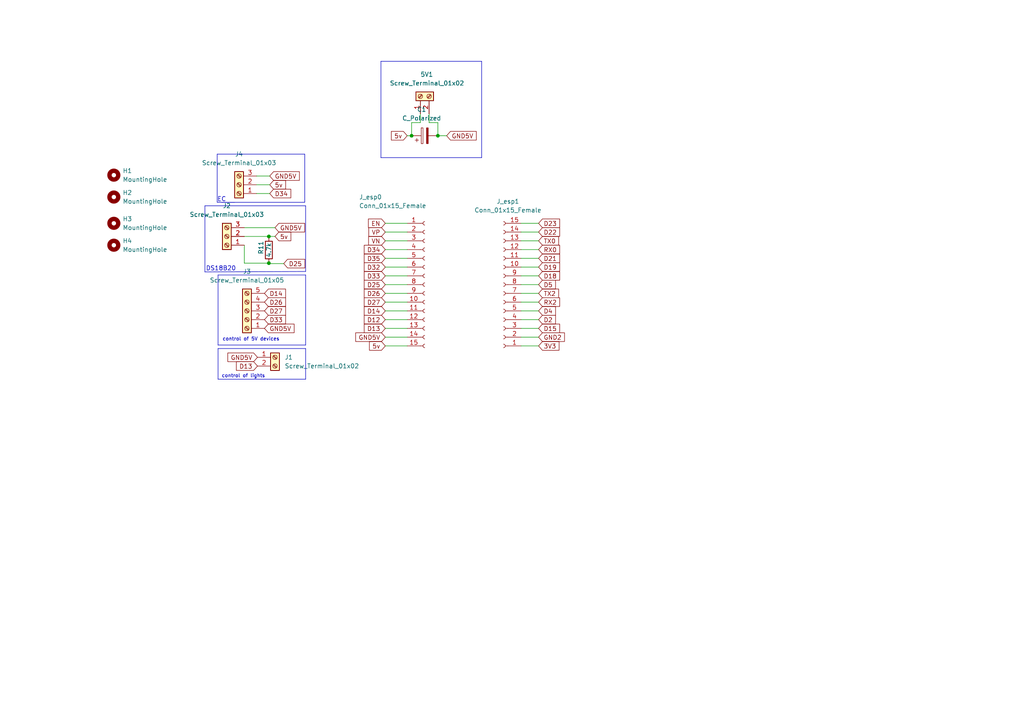
<source format=kicad_sch>
(kicad_sch (version 20230121) (generator eeschema)
  (paper "A4")
  (lib_symbols
    (symbol "Connector:Conn_01x15_Female" (pin_names (offset 1.016) hide)
      (property "Reference" "J" (at 0 20.32 0))
      (property "Value" "Conn_01x15_Female" (at 0 -20.32 0))
      (symbol "Conn_01x15_Female_1_1"
        (arc (start 0 -17.272) (mid -0.5058 -17.78) (end 0 -18.288) (stroke (width 0.1524)))
        (arc (start 0 -14.732) (mid -0.5058 -15.24) (end 0 -15.748) (stroke (width 0.1524)))
        (arc (start 0 -12.192) (mid -0.5058 -12.7) (end 0 -13.208) (stroke (width 0.1524)))
        (arc (start 0 -9.652) (mid -0.5058 -10.16) (end 0 -10.668) (stroke (width 0.1524)))
        (arc (start 0 -7.112) (mid -0.5058 -7.62) (end 0 -8.128) (stroke (width 0.1524)))
        (arc (start 0 -4.572) (mid -0.5058 -5.08) (end 0 -5.588) (stroke (width 0.1524)))
        (arc (start 0 -2.032) (mid -0.5058 -2.54) (end 0 -3.048) (stroke (width 0.1524)))
        (polyline (pts (xy -1.27 -17.78) (xy -0.508 -17.78)) (stroke (width 0.1524)))
        (polyline (pts (xy -1.27 -15.24) (xy -0.508 -15.24)) (stroke (width 0.1524)))
        (polyline (pts (xy -1.27 -12.7) (xy -0.508 -12.7)) (stroke (width 0.1524)))
        (polyline (pts (xy -1.27 -10.16) (xy -0.508 -10.16)) (stroke (width 0.1524)))
        (polyline (pts (xy -1.27 -7.62) (xy -0.508 -7.62)) (stroke (width 0.1524)))
        (polyline (pts (xy -1.27 -5.08) (xy -0.508 -5.08)) (stroke (width 0.1524)))
        (polyline (pts (xy -1.27 -2.54) (xy -0.508 -2.54)) (stroke (width 0.1524)))
        (polyline (pts (xy -1.27 0) (xy -0.508 0)) (stroke (width 0.1524)))
        (polyline (pts (xy -1.27 2.54) (xy -0.508 2.54)) (stroke (width 0.1524)))
        (polyline (pts (xy -1.27 5.08) (xy -0.508 5.08)) (stroke (width 0.1524)))
        (polyline (pts (xy -1.27 7.62) (xy -0.508 7.62)) (stroke (width 0.1524)))
        (polyline (pts (xy -1.27 10.16) (xy -0.508 10.16)) (stroke (width 0.1524)))
        (polyline (pts (xy -1.27 12.7) (xy -0.508 12.7)) (stroke (width 0.1524)))
        (polyline (pts (xy -1.27 15.24) (xy -0.508 15.24)) (stroke (width 0.1524)))
        (polyline (pts (xy -1.27 17.78) (xy -0.508 17.78)) (stroke (width 0.1524)))
        (arc (start 0 0.508) (mid -0.5058 0) (end 0 -0.508) (stroke (width 0.1524)))
        (arc (start 0 3.048) (mid -0.5058 2.54) (end 0 2.032) (stroke (width 0.1524)))
        (arc (start 0 5.588) (mid -0.5058 5.08) (end 0 4.572) (stroke (width 0.1524)))
        (arc (start 0 8.128) (mid -0.5058 7.62) (end 0 7.112) (stroke (width 0.1524)))
        (arc (start 0 10.668) (mid -0.5058 10.16) (end 0 9.652) (stroke (width 0.1524)))
        (arc (start 0 13.208) (mid -0.5058 12.7) (end 0 12.192) (stroke (width 0.1524)))
        (arc (start 0 15.748) (mid -0.5058 15.24) (end 0 14.732) (stroke (width 0.1524)))
        (arc (start 0 18.288) (mid -0.5058 17.78) (end 0 17.272) (stroke (width 0.1524)))
        (pin passive line (at -5.08 17.78 0) (length 3.81) (name "Pin_1") (number "1"))
        (pin passive line (at -5.08 -5.08 0) (length 3.81) (name "Pin_10") (number "10"))
        (pin passive line (at -5.08 -7.62 0) (length 3.81) (name "Pin_11") (number "11"))
        (pin passive line (at -5.08 -10.16 0) (length 3.81) (name "Pin_12") (number "12"))
        (pin passive line (at -5.08 -12.7 0) (length 3.81) (name "Pin_13") (number "13"))
        (pin passive line (at -5.08 -15.24 0) (length 3.81) (name "Pin_14") (number "14"))
        (pin passive line (at -5.08 -17.78 0) (length 3.81) (name "Pin_15") (number "15"))
        (pin passive line (at -5.08 15.24 0) (length 3.81) (name "Pin_2") (number "2"))
        (pin passive line (at -5.08 12.7 0) (length 3.81) (name "Pin_3") (number "3"))
        (pin passive line (at -5.08 10.16 0) (length 3.81) (name "Pin_4") (number "4"))
        (pin passive line (at -5.08 7.62 0) (length 3.81) (name "Pin_5") (number "5"))
        (pin passive line (at -5.08 5.08 0) (length 3.81) (name "Pin_6") (number "6"))
        (pin passive line (at -5.08 2.54 0) (length 3.81) (name "Pin_7") (number "7"))
        (pin passive line (at -5.08 0 0) (length 3.81) (name "Pin_8") (number "8"))
        (pin passive line (at -5.08 -2.54 0) (length 3.81) (name "Pin_9") (number "9"))
      )
    )
    (symbol "Connector:Screw_Terminal_01x02" (pin_names (offset 1.016) hide)
      (property "Reference" "J" (at 0 2.54 0))
      (property "Value" "Screw_Terminal_01x02" (at 0 -5.08 0))
      (symbol "Screw_Terminal_01x02_1_1"
        (rectangle (start -1.27 1.27) (end 1.27 -3.81) (stroke (width 0.254)) (fill (type background)))
        (circle (center 0 -2.54) (radius 0.635) (stroke (width 0.1524)))
        (polyline (pts (xy -0.5334 -2.2098) (xy 0.3302 -3.048)) (stroke (width 0.1524)))
        (polyline (pts (xy -0.5334 0.3302) (xy 0.3302 -0.508)) (stroke (width 0.1524)))
        (polyline (pts (xy -0.3556 -2.032) (xy 0.508 -2.8702)) (stroke (width 0.1524)))
        (polyline (pts (xy -0.3556 0.508) (xy 0.508 -0.3302)) (stroke (width 0.1524)))
        (circle (center 0 0) (radius 0.635) (stroke (width 0.1524)))
        (pin passive line (at -5.08 0 0) (length 3.81) (name "Pin_1") (number "1"))
        (pin passive line (at -5.08 -2.54 0) (length 3.81) (name "Pin_2") (number "2"))
      )
    )
    (symbol "Connector:Screw_Terminal_01x03" (pin_names (offset 1.016) hide)
      (property "Reference" "J" (at 0 5.08 0))
      (property "Value" "Screw_Terminal_01x03" (at 0 -5.08 0))
      (symbol "Screw_Terminal_01x03_1_1"
        (rectangle (start -1.27 3.81) (end 1.27 -3.81) (stroke (width 0.254)) (fill (type background)))
        (circle (center 0 -2.54) (radius 0.635) (stroke (width 0.1524)))
        (polyline (pts (xy -0.5334 -2.2098) (xy 0.3302 -3.048)) (stroke (width 0.1524)))
        (polyline (pts (xy -0.5334 0.3302) (xy 0.3302 -0.508)) (stroke (width 0.1524)))
        (polyline (pts (xy -0.5334 2.8702) (xy 0.3302 2.032)) (stroke (width 0.1524)))
        (polyline (pts (xy -0.3556 -2.032) (xy 0.508 -2.8702)) (stroke (width 0.1524)))
        (polyline (pts (xy -0.3556 0.508) (xy 0.508 -0.3302)) (stroke (width 0.1524)))
        (polyline (pts (xy -0.3556 3.048) (xy 0.508 2.2098)) (stroke (width 0.1524)))
        (circle (center 0 0) (radius 0.635) (stroke (width 0.1524)))
        (circle (center 0 2.54) (radius 0.635) (stroke (width 0.1524)))
        (pin passive line (at -5.08 2.54 0) (length 3.81) (name "Pin_1") (number "1"))
        (pin passive line (at -5.08 0 0) (length 3.81) (name "Pin_2") (number "2"))
        (pin passive line (at -5.08 -2.54 0) (length 3.81) (name "Pin_3") (number "3"))
      )
    )
    (symbol "Connector:Screw_Terminal_01x05" (pin_names (offset 1.016) hide)
      (property "Reference" "J" (at 0 7.62 0))
      (property "Value" "Screw_Terminal_01x05" (at 0 -7.62 0))
      (symbol "Screw_Terminal_01x05_1_1"
        (rectangle (start -1.27 6.35) (end 1.27 -6.35) (stroke (width 0.254)) (fill (type background)))
        (circle (center 0 -5.08) (radius 0.635) (stroke (width 0.1524)))
        (circle (center 0 -2.54) (radius 0.635) (stroke (width 0.1524)))
        (polyline (pts (xy -0.5334 -4.7498) (xy 0.3302 -5.588)) (stroke (width 0.1524)))
        (polyline (pts (xy -0.5334 -2.2098) (xy 0.3302 -3.048)) (stroke (width 0.1524)))
        (polyline (pts (xy -0.5334 0.3302) (xy 0.3302 -0.508)) (stroke (width 0.1524)))
        (polyline (pts (xy -0.5334 2.8702) (xy 0.3302 2.032)) (stroke (width 0.1524)))
        (polyline (pts (xy -0.5334 5.4102) (xy 0.3302 4.572)) (stroke (width 0.1524)))
        (polyline (pts (xy -0.3556 -4.572) (xy 0.508 -5.4102)) (stroke (width 0.1524)))
        (polyline (pts (xy -0.3556 -2.032) (xy 0.508 -2.8702)) (stroke (width 0.1524)))
        (polyline (pts (xy -0.3556 0.508) (xy 0.508 -0.3302)) (stroke (width 0.1524)))
        (polyline (pts (xy -0.3556 3.048) (xy 0.508 2.2098)) (stroke (width 0.1524)))
        (polyline (pts (xy -0.3556 5.588) (xy 0.508 4.7498)) (stroke (width 0.1524)))
        (circle (center 0 0) (radius 0.635) (stroke (width 0.1524)))
        (circle (center 0 2.54) (radius 0.635) (stroke (width 0.1524)))
        (circle (center 0 5.08) (radius 0.635) (stroke (width 0.1524)))
        (pin passive line (at -5.08 5.08 0) (length 3.81) (name "Pin_1") (number "1"))
        (pin passive line (at -5.08 2.54 0) (length 3.81) (name "Pin_2") (number "2"))
        (pin passive line (at -5.08 0 0) (length 3.81) (name "Pin_3") (number "3"))
        (pin passive line (at -5.08 -2.54 0) (length 3.81) (name "Pin_4") (number "4"))
        (pin passive line (at -5.08 -5.08 0) (length 3.81) (name "Pin_5") (number "5"))
      )
    )
    (symbol "Device:C_Polarized" (pin_numbers hide) (pin_names (offset 0.254))
      (property "Reference" "C" (at 0.635 2.54 0))
      (property "Value" "C_Polarized" (at 0.635 -2.54 0))
      (symbol "C_Polarized_0_1"
        (rectangle (start -2.286 0.508) (end 2.286 1.016))
        (polyline (pts (xy -1.778 2.286) (xy -0.762 2.286)))
        (polyline (pts (xy -1.27 2.794) (xy -1.27 1.778)))
        (rectangle (start 2.286 -0.508) (end -2.286 -1.016) (fill (type outline)))
      )
      (symbol "C_Polarized_1_1"
        (pin passive line (at 0 3.81 270) (length 2.794) (name "~") (number "1"))
        (pin passive line (at 0 -3.81 90) (length 2.794) (name "~") (number "2"))
      )
    )
    (symbol "Device:R" (pin_numbers hide) (pin_names (offset 0))
      (property "Reference" "R" (at 2.032 0 90))
      (property "Value" "R" (at 0 0 90))
      (symbol "R_0_1"
        (rectangle (start -1.016 -2.54) (end 1.016 2.54) (stroke (width 0.254)))
      )
      (symbol "R_1_1"
        (pin passive line (at 0 3.81 270) (length 1.27) (name "~") (number "1"))
        (pin passive line (at 0 -3.81 90) (length 1.27) (name "~") (number "2"))
      )
    )
    (symbol "Mechanical:MountingHole" (pin_names (offset 1.016))
      (property "Reference" "H" (at 0 5.08 0))
      (property "Value" "MountingHole" (at 0 3.175 0))
      (symbol "MountingHole_0_1"
        (circle (center 0 0) (radius 1.27) (stroke (width 1.27)))
      )
    )
  )
  (junction (at 77.978 68.58))
  (junction (at 119.38 39.37))
  (junction (at 127 39.37))
  (junction (at 77.978 76.327))
  (wire (pts (xy 111.76 72.39) (xy 118.11 72.39)))
  (wire (pts (xy 111.76 67.31) (xy 118.11 67.31)))
  (wire (pts (xy 111.76 74.93) (xy 118.11 74.93)))
  (wire (pts (xy 82.296 76.454) (xy 77.978 76.454)))
  (wire (pts (xy 151.13 74.93) (xy 156.21 74.93)))
  (polyline (pts (xy 88.646 59.69) (xy 88.646 78.74)))
  (wire (pts (xy 151.13 95.25) (xy 156.21 95.25)))
  (wire (pts (xy 129.54 39.37) (xy 127 39.37)))
  (polyline (pts (xy 88.392 44.704) (xy 62.992 44.704)))
  (wire (pts (xy 74.422 51.054) (xy 78.232 51.054)))
  (wire (pts (xy 151.13 87.63) (xy 156.21 87.63)))
  (polyline (pts (xy 88.646 79.756) (xy 88.646 100.076)))
  (polyline (pts (xy 139.7 17.78) (xy 139.7 45.72)))
  (polyline (pts (xy 59.436 59.69) (xy 88.646 59.69)))
  (wire (pts (xy 119.38 35.56) (xy 119.38 39.37)))
  (wire (pts (xy 111.76 77.47) (xy 118.11 77.47)))
  (wire (pts (xy 74.422 53.594) (xy 78.232 53.594)))
  (polyline (pts (xy 63.246 101.092) (xy 88.646 101.092)))
  (wire (pts (xy 111.76 82.55) (xy 118.11 82.55)))
  (wire (pts (xy 111.76 85.09) (xy 118.11 85.09)))
  (wire (pts (xy 111.76 64.77) (xy 118.11 64.77)))
  (wire (pts (xy 151.13 80.01) (xy 156.21 80.01)))
  (wire (pts (xy 151.13 77.47) (xy 156.21 77.47)))
  (wire (pts (xy 111.76 97.79) (xy 118.11 97.79)))
  (polyline (pts (xy 59.436 78.867) (xy 59.436 59.69)))
  (wire (pts (xy 151.13 92.71) (xy 156.21 92.71)))
  (polyline (pts (xy 88.646 78.74) (xy 59.436 78.867)))
  (wire (pts (xy 70.866 68.58) (xy 77.978 68.58)))
  (wire (pts (xy 151.13 82.55) (xy 156.21 82.55)))
  (wire (pts (xy 111.76 69.85) (xy 118.11 69.85)))
  (wire (pts (xy 74.422 56.134) (xy 78.232 56.134)))
  (polyline (pts (xy 62.992 44.704) (xy 62.992 58.674)))
  (wire (pts (xy 111.76 100.33) (xy 118.11 100.33)))
  (polyline (pts (xy 88.646 100.076) (xy 63.246 100.076)))
  (wire (pts (xy 77.978 68.58) (xy 79.756 68.58)))
  (wire (pts (xy 77.978 75.946) (xy 77.978 76.327)))
  (wire (pts (xy 151.13 85.09) (xy 156.21 85.09)))
  (wire (pts (xy 70.866 76.327) (xy 77.978 76.327)))
  (wire (pts (xy 151.13 97.79) (xy 156.21 97.79)))
  (wire (pts (xy 151.13 100.33) (xy 156.21 100.33)))
  (polyline (pts (xy 62.992 58.674) (xy 68.072 58.674)))
  (wire (pts (xy 70.866 66.04) (xy 79.756 66.04)))
  (wire (pts (xy 124.46 35.56) (xy 127 35.56)))
  (polyline (pts (xy 63.246 101.092) (xy 63.246 109.982)))
  (wire (pts (xy 111.76 95.25) (xy 118.11 95.25)))
  (wire (pts (xy 121.92 35.56) (xy 119.38 35.56)))
  (wire (pts (xy 111.76 90.17) (xy 118.11 90.17)))
  (wire (pts (xy 111.76 80.01) (xy 118.11 80.01)))
  (wire (pts (xy 151.13 90.17) (xy 156.21 90.17)))
  (wire (pts (xy 77.978 68.707) (xy 77.978 68.58)))
  (polyline (pts (xy 88.392 58.674) (xy 88.392 44.704)))
  (wire (pts (xy 151.13 64.77) (xy 156.21 64.77)))
  (wire (pts (xy 127 35.56) (xy 127 39.37)))
  (polyline (pts (xy 63.246 100.076) (xy 63.246 79.756)))
  (wire (pts (xy 151.13 69.85) (xy 156.21 69.85)))
  (wire (pts (xy 77.978 76.454) (xy 77.978 76.327)))
  (wire (pts (xy 111.76 92.71) (xy 118.11 92.71)))
  (polyline (pts (xy 110.49 17.78) (xy 139.7 17.78)))
  (wire (pts (xy 118.11 39.37) (xy 119.38 39.37)))
  (wire (pts (xy 121.92 33.02) (xy 121.92 35.56)))
  (polyline (pts (xy 64.262 58.674) (xy 88.392 58.674)))
  (polyline (pts (xy 88.646 101.092) (xy 88.646 109.982)))
  (wire (pts (xy 111.76 87.63) (xy 118.11 87.63)))
  (wire (pts (xy 151.13 67.31) (xy 156.21 67.31)))
  (polyline (pts (xy 110.49 17.78) (xy 110.49 45.72)))
  (wire (pts (xy 124.46 33.02) (xy 124.46 35.56)))
  (polyline (pts (xy 88.646 109.982) (xy 63.246 109.982)))
  (polyline (pts (xy 139.7 45.72) (xy 110.49 45.72)))
  (wire (pts (xy 151.13 72.39) (xy 156.21 72.39)))
  (wire (pts (xy 70.866 71.12) (xy 70.866 76.327)))
  (polyline (pts (xy 63.246 79.756) (xy 88.646 79.756)))
  (text "EC" (at 62.992 58.674 0) (effects (font (size 1.27 1.27)) (justify left bottom)))
  (text "control of 5V devices " (at 64.516 99.06 0) (effects (font (size 1 1)) (justify left bottom)))
  (text "control of lights" (at 64.262 109.728 0) (effects (font (size 1 1)) (justify left bottom)))
  (text "DS18B20" (at 59.69 78.74 0) (effects (font (size 1.27 1.27)) (justify left bottom)))
  (global_label "D13" (shape input) (at 74.676 106.172 180) (property "Intersheetrefs" "${INTERSHEET_REFS}" (effects hide)))
  (global_label "5v" (shape input) (at 111.76 100.33 180) (property "Intersheetrefs" "${INTERSHEET_REFS}" (effects hide)))
  (global_label "D18" (shape input) (at 156.21 80.01 0) (property "Intersheetrefs" "${INTERSHEET_REFS}" (effects hide)))
  (global_label "RX2" (shape input) (at 156.21 87.63 0) (property "Intersheetrefs" "${INTERSHEET_REFS}" (effects hide)))
  (global_label "GND2" (shape input) (at 156.21 97.79 0) (property "Intersheetrefs" "${INTERSHEET_REFS}" (effects hide)))
  (global_label "5v" (shape input) (at 118.11 39.37 180) (property "Intersheetrefs" "${INTERSHEET_REFS}" (effects hide)))
  (global_label "D13" (shape input) (at 111.76 95.25 180) (property "Intersheetrefs" "${INTERSHEET_REFS}" (effects hide)))
  (global_label "TX2" (shape input) (at 156.21 85.09 0) (property "Intersheetrefs" "${INTERSHEET_REFS}" (effects hide)))
  (global_label "GND5V" (shape input) (at 74.676 103.632 180) (property "Intersheetrefs" "${INTERSHEET_REFS}" (effects hide)))
  (global_label "D34" (shape input) (at 111.76 72.39 180) (property "Intersheetrefs" "${INTERSHEET_REFS}" (effects hide)))
  (global_label "GND5V" (shape input) (at 76.708 95.25 0) (property "Intersheetrefs" "${INTERSHEET_REFS}" (effects hide)))
  (global_label "D27" (shape input) (at 111.76 87.63 180) (property "Intersheetrefs" "${INTERSHEET_REFS}" (effects hide)))
  (global_label "EN" (shape input) (at 111.76 64.77 180) (property "Intersheetrefs" "${INTERSHEET_REFS}" (effects hide)))
  (global_label "D26" (shape input) (at 76.708 87.63 0) (property "Intersheetrefs" "${INTERSHEET_REFS}" (effects hide)))
  (global_label "D22" (shape input) (at 156.21 67.31 0) (property "Intersheetrefs" "${INTERSHEET_REFS}" (effects hide)))
  (global_label "D14" (shape input) (at 111.76 90.17 180) (property "Intersheetrefs" "${INTERSHEET_REFS}" (effects hide)))
  (global_label "D25" (shape input) (at 82.296 76.454 0) (property "Intersheetrefs" "${INTERSHEET_REFS}" (effects hide)))
  (global_label "D33" (shape input) (at 76.708 92.71 0) (property "Intersheetrefs" "${INTERSHEET_REFS}" (effects hide)))
  (global_label "D21" (shape input) (at 156.21 74.93 0) (property "Intersheetrefs" "${INTERSHEET_REFS}" (effects hide)))
  (global_label "VN" (shape input) (at 111.76 69.85 180) (property "Intersheetrefs" "${INTERSHEET_REFS}" (effects hide)))
  (global_label "D12" (shape input) (at 111.76 92.71 180) (property "Intersheetrefs" "${INTERSHEET_REFS}" (effects hide)))
  (global_label "GND5V" (shape input) (at 111.76 97.79 180) (property "Intersheetrefs" "${INTERSHEET_REFS}" (effects hide)))
  (global_label "D2" (shape input) (at 156.21 92.71 0) (property "Intersheetrefs" "${INTERSHEET_REFS}" (effects hide)))
  (global_label "3V3" (shape input) (at 156.21 100.33 0) (property "Intersheetrefs" "${INTERSHEET_REFS}" (effects hide)))
  (global_label "D35" (shape input) (at 111.76 74.93 180) (property "Intersheetrefs" "${INTERSHEET_REFS}" (effects hide)))
  (global_label "D14" (shape input) (at 76.708 85.09 0) (property "Intersheetrefs" "${INTERSHEET_REFS}" (effects hide)))
  (global_label "D33" (shape input) (at 111.76 80.01 180) (property "Intersheetrefs" "${INTERSHEET_REFS}" (effects hide)))
  (global_label "D23" (shape input) (at 156.21 64.77 0) (property "Intersheetrefs" "${INTERSHEET_REFS}" (effects hide)))
  (global_label "D34" (shape input) (at 78.232 56.134 0) (property "Intersheetrefs" "${INTERSHEET_REFS}" (effects hide)))
  (global_label "D4" (shape input) (at 156.21 90.17 0) (property "Intersheetrefs" "${INTERSHEET_REFS}" (effects hide)))
  (global_label "D27" (shape input) (at 76.708 90.17 0) (property "Intersheetrefs" "${INTERSHEET_REFS}" (effects hide)))
  (global_label "5v" (shape input) (at 78.232 53.594 0) (property "Intersheetrefs" "${INTERSHEET_REFS}" (effects hide)))
  (global_label "D25" (shape input) (at 111.76 82.55 180) (property "Intersheetrefs" "${INTERSHEET_REFS}" (effects hide)))
  (global_label "RX0" (shape input) (at 156.21 72.39 0) (property "Intersheetrefs" "${INTERSHEET_REFS}" (effects hide)))
  (global_label "GND5V" (shape input) (at 129.54 39.37 0) (property "Intersheetrefs" "${INTERSHEET_REFS}" (effects hide)))
  (global_label "TX0" (shape input) (at 156.21 69.85 0) (property "Intersheetrefs" "${INTERSHEET_REFS}" (effects hide)))
  (global_label "GND5V" (shape input) (at 79.756 66.04 0) (property "Intersheetrefs" "${INTERSHEET_REFS}" (effects hide)))
  (global_label "D32" (shape input) (at 111.76 77.47 180) (property "Intersheetrefs" "${INTERSHEET_REFS}" (effects hide)))
  (global_label "GND5V" (shape input) (at 78.232 51.054 0) (property "Intersheetrefs" "${INTERSHEET_REFS}" (effects hide)))
  (global_label "D26" (shape input) (at 111.76 85.09 180) (property "Intersheetrefs" "${INTERSHEET_REFS}" (effects hide)))
  (global_label "D15" (shape input) (at 156.21 95.25 0) (property "Intersheetrefs" "${INTERSHEET_REFS}" (effects hide)))
  (global_label "5v" (shape input) (at 79.756 68.58 0) (property "Intersheetrefs" "${INTERSHEET_REFS}" (effects hide)))
  (global_label "D19" (shape input) (at 156.21 77.47 0) (property "Intersheetrefs" "${INTERSHEET_REFS}" (effects hide)))
  (global_label "D5" (shape input) (at 156.21 82.55 0) (property "Intersheetrefs" "${INTERSHEET_REFS}" (effects hide)))
  (global_label "VP" (shape input) (at 111.76 67.31 180) (property "Intersheetrefs" "${INTERSHEET_REFS}" (effects hide)))
  (symbol (lib_id "Connector:Screw_Terminal_01x02") (at 79.756 103.632 0) (unit 1)
    (property "Reference" "J1" (at 82.55 103.6319 0) (effects (justify left)))
    (property "Value" "Screw_Terminal_01x02" (at 82.55 106.1719 0) (effects (justify left)))
    (property "Footprint" "TerminalBlock_Altech:Altech_AK300_1x02_P5.00mm_45-Degree" (effects hide))
  )
  (symbol (lib_id "Connector:Conn_01x15_Female") (at 123.19 82.55 0) (unit 1)
    (property "Reference" "J_esp0" (at 104.14 57.15 0) (effects (justify left)))
    (property "Value" "Conn_01x15_Female" (at 104.14 59.69 0) (effects (justify left)))
    (property "Footprint" "esp32:Connector_Molex_Molex_SL_171971-0015_1x15_P2.54mm_Vertical_squares" (effects hide))
  )
  (symbol (lib_id "Connector:Screw_Terminal_01x03") (at 69.342 53.594 180) (unit 1)
    (property "Reference" "J4" (at 69.342 44.704 0))
    (property "Value" "Screw_Terminal_01x03" (at 69.342 47.244 0))
    (property "Footprint" "TerminalBlock_Altech:Altech_AK300_1x03_P5.00mm_45-Degree" (effects hide))
  )
  (symbol (lib_id "Connector:Screw_Terminal_01x02") (at 121.92 27.94 90) (unit 1)
    (property "Reference" "5V1" (at 121.92 21.59 90) (effects (justify right)))
    (property "Value" "Screw_Terminal_01x02" (at 113.03 24.13 90) (effects (justify right)))
    (property "Footprint" "TerminalBlock:TerminalBlock_Altech_AK300-2_P5.00mm" (effects hide))
  )
  (symbol (lib_id "Device:C_Polarized") (at 123.19 39.37 90) (unit 1)
    (property "Reference" "C1" (at 122.301 31.75 90))
    (property "Value" "C_Polarized" (at 122.301 34.29 90))
    (property "Footprint" "Capacitor_THT:CP_Radial_D5.0mm_P2.50mm" (effects hide))
  )
  (symbol (lib_id "Connector:Screw_Terminal_01x03") (at 65.786 68.58 180) (unit 1)
    (property "Reference" "J2" (at 65.786 59.69 0))
    (property "Value" "Screw_Terminal_01x03" (at 65.786 62.23 0))
    (property "Footprint" "TerminalBlock_Altech:Altech_AK300_1x03_P5.00mm_45-Degree" (effects hide))
  )
  (symbol (lib_id "Connector:Screw_Terminal_01x05") (at 71.628 90.17 180) (unit 1)
    (property "Reference" "J3" (at 71.628 78.74 0))
    (property "Value" "Screw_Terminal_01x05" (at 71.628 81.28 0))
    (property "Footprint" "TerminalBlock_Altech:Altech_AK300_1x05_P5.00mm_45-Degree" (effects hide))
  )
  (symbol (lib_id "Mechanical:MountingHole") (at 33.02 57.15 0) (unit 1)
    (property "Reference" "H2" (at 35.56 55.8799 0) (effects (justify left)))
    (property "Value" "MountingHole" (at 35.56 58.4199 0) (effects (justify left)))
    (property "Footprint" "MountingHole:MountingHole_2.7mm_M2.5_Pad" (effects hide))
  )
  (symbol (lib_id "Connector:Conn_01x15_Female") (at 146.05 82.55 180) (unit 1)
    (property "Reference" "J_esp1" (at 147.32 58.42 0))
    (property "Value" "Conn_01x15_Female" (at 147.32 60.96 0))
    (property "Footprint" "esp32:Connector_Molex_Molex_SL_171971-0015_1x15_P2.54mm_Vertical_squares" (effects hide))
  )
  (symbol (lib_id "Mechanical:MountingHole") (at 33.02 71.12 0) (unit 1)
    (property "Reference" "H4" (at 35.56 69.8499 0) (effects (justify left)))
    (property "Value" "MountingHole" (at 35.56 72.3899 0) (effects (justify left)))
    (property "Footprint" "MountingHole:MountingHole_2.7mm_M2.5_Pad" (effects hide))
  )
  (symbol (lib_id "Mechanical:MountingHole") (at 33.02 64.77 0) (unit 1)
    (property "Reference" "H3" (at 35.56 63.4999 0) (effects (justify left)))
    (property "Value" "MountingHole" (at 35.56 66.0399 0) (effects (justify left)))
    (property "Footprint" "MountingHole:MountingHole_2.7mm_M2.5_Pad" (effects hide))
  )
  (symbol (lib_id "Mechanical:MountingHole") (at 33.02 50.8 0) (unit 1)
    (property "Reference" "H1" (at 35.56 49.5299 0) (effects (justify left)))
    (property "Value" "MountingHole" (at 35.56 52.0699 0) (effects (justify left)))
    (property "Footprint" "MountingHole:MountingHole_2.7mm_M2.5_Pad" (effects hide))
  )
  (symbol (lib_id "Device:R") (at 77.978 72.517 0) (unit 1)
    (property "Reference" "R11" (at 75.692 73.787 90) (effects (justify left)))
    (property "Value" "4.7k" (at 77.978 74.676 90) (effects (justify left)))
    (property "Footprint" "Resistor_THT:R_Axial_DIN0204_L3.6mm_D1.6mm_P2.54mm_Vertical" (effects hide))
  )
)
</source>
